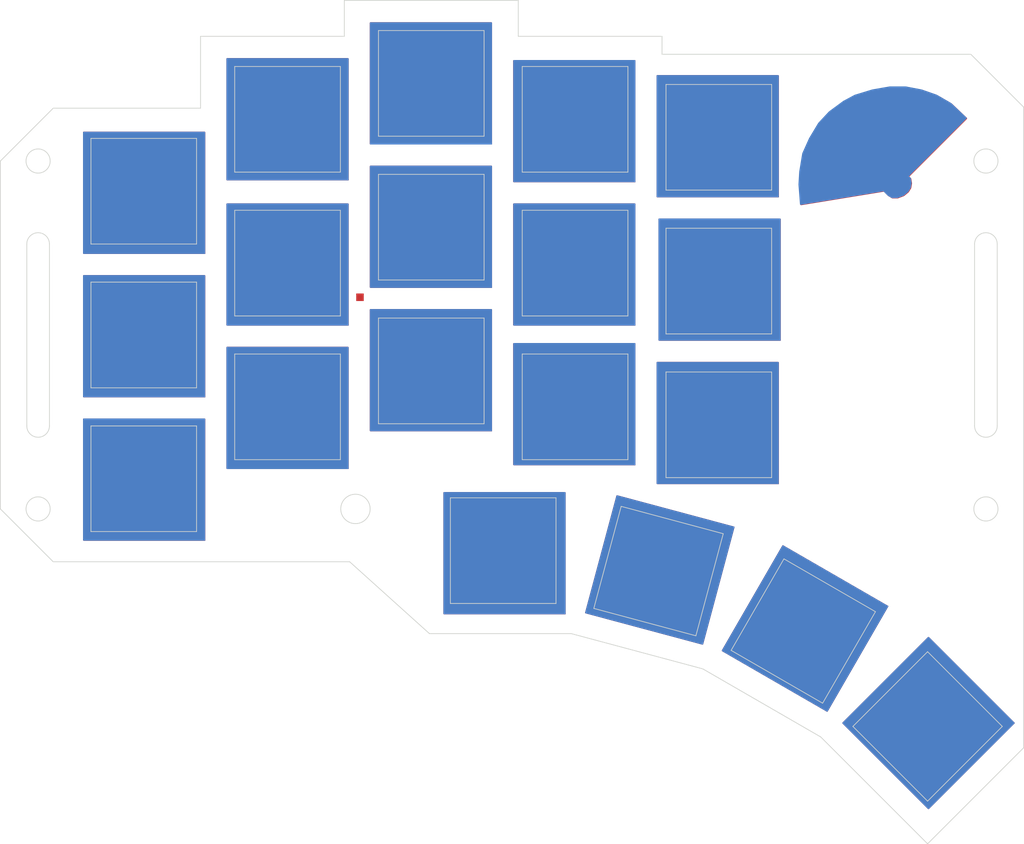
<source format=kicad_pcb>
(kicad_pcb (version 20210424) (generator pcbnew)
  (layers (0 "F.Cu" signal) (31 "B.Cu" signal) (34 "B.Paste" user) (35 "F.Paste" user) (36 "B.SilkS" user "B.Silkscreen") (37 "F.SilkS" user "F.Silkscreen") (38 "B.Mask" user) (39 "F.Mask" user) (44 "Edge.Cuts" user))
  (net 0 "")
  (footprint "TestPoint:TestPoint_Pad_1.0x1.0mm" (layer "F.Cu") (at 119.6 80.34)
    (fp_text reference "e" hide)
    (fp_text value "TestPoint")
    (pad "1" smd rect locked (at 0 0) (size 1 1) (layers "F.Cu" "F.Mask"))
  )
  (gr_poly (pts (xy 194.92893 148.071068) (xy 183.615225 136.757357) (xy 194.928932 125.443648) (xy 206.242642 136.757357)) (layer "F.Cu") (width 0.2) (fill solid))
  (gr_poly (pts (xy 156 102.5) (xy 140 102.5) (xy 140 86.5) (xy 156 86.5)) (layer "F.Cu") (width 0.2) (fill solid))
  (gr_poly (pts (xy 194.053611 52.944967) (xy 196.053611 53.644967) (xy 197.953611 54.744967) (xy 199.953611 56.644967) (xy 192.253611 64.344967) (xy 192.553611 64.644967) (xy 192.653611 65.244967) (xy 192.553611 65.844967) (xy 192.253611 66.344967) (xy 191.653611 66.844967) (xy 190.853611 67.144967) (xy 190.153611 67.144967) (xy 189.653611 66.844967) (xy 189.053611 66.244967) (xy 178.053611 68.044967) (xy 177.853611 65.444967) (xy 177.953611 63.744967) (xy 178.353611 61.344967) (xy 179.253611 59.344967) (xy 180.453611 57.344967) (xy 181.853611 55.844967) (xy 183.753611 54.444967) (xy 185.253611 53.644967) (xy 187.553611 52.944967) (xy 189.853611 52.544967) (xy 191.953611 52.544967)) (layer "F.Cu") (width 0.2) (fill solid))
  (gr_poly (pts (xy 137 98) (xy 121 98) (xy 121 82) (xy 137 82)) (layer "F.Cu") (width 0.2) (fill solid))
  (gr_poly (pts (xy 137 60) (xy 121 60) (xy 121 44) (xy 137 44)) (layer "F.Cu") (width 0.2) (fill solid))
  (gr_poly (pts (xy 146.75 122.25) (xy 130.75 122.25) (xy 130.75 106.25) (xy 146.75 106.25)) (layer "F.Cu") (width 0.2) (fill solid))
  (gr_poly (pts (xy 175 105) (xy 159 105) (xy 159 89) (xy 175 89)) (layer "F.Cu") (width 0.2) (fill solid))
  (gr_poly (pts (xy 156 65) (xy 140 65) (xy 140 49) (xy 156 49)) (layer "F.Cu") (width 0.2) (fill solid))
  (gr_poly (pts (xy 175.25 86) (xy 159.25 86) (xy 159.25 70) (xy 175.25 70)) (layer "F.Cu") (width 0.2) (fill solid))
  (gr_poly (pts (xy 118 103) (xy 102 103) (xy 102 87) (xy 118 87)) (layer "F.Cu") (width 0.2) (fill solid))
  (gr_poly (pts (xy 137 79) (xy 121 79) (xy 121 63) (xy 137 63)) (layer "F.Cu") (width 0.2) (fill solid))
  (gr_poly (pts (xy 175 67) (xy 159 67) (xy 159 51) (xy 175 51)) (layer "F.Cu") (width 0.2) (fill solid))
  (gr_poly (pts (xy 99 74.5) (xy 83 74.5) (xy 83 58.5) (xy 99 58.5)) (layer "F.Cu") (width 0.2) (fill solid))
  (gr_poly (pts (xy 181.499999 135.160255) (xy 167.643595 127.160253) (xy 175.643592 113.303845) (xy 189.499999 121.303845)) (layer "F.Cu") (width 0.2) (fill solid))
  (gr_poly (pts (xy 118 84) (xy 102 84) (xy 102 68) (xy 118 68)) (layer "F.Cu") (width 0.2) (fill solid))
  (gr_poly (pts (xy 118 64.75) (xy 102 64.75) (xy 102 48.75) (xy 118 48.75)) (layer "F.Cu") (width 0.2) (fill solid))
  (gr_poly (pts (xy 164.984226 126.272972) (xy 149.529414 122.131867) (xy 153.670517 106.677052) (xy 169.125331 110.818155)) (layer "F.Cu") (width 0.2) (fill solid))
  (gr_poly (pts (xy 156 84) (xy 140 84) (xy 140 68) (xy 156 68)) (layer "F.Cu") (width 0.2) (fill solid))
  (gr_poly (pts (xy 99 112.5) (xy 83 112.5) (xy 83 96.5) (xy 99 96.5)) (layer "F.Cu") (width 0.2) (fill solid))
  (gr_poly (pts (xy 99 93.5) (xy 83 93.5) (xy 83 77.5) (xy 99 77.5)) (layer "F.Cu") (width 0.2) (fill solid))
  (gr_poly (pts (xy 99 74.5) (xy 83 74.5) (xy 83 58.5) (xy 99 58.5)) (layer "B.Cu") (width 0.2) (fill solid))
  (gr_poly (pts (xy 118 84) (xy 102 84) (xy 102 68) (xy 118 68)) (layer "B.Cu") (width 0.2) (fill solid))
  (gr_poly (pts (xy 194 52.9) (xy 196 53.6) (xy 197.9 54.7) (xy 199.9 56.6) (xy 192.2 64.3) (xy 192.5 64.6) (xy 192.6 65.2) (xy 192.5 65.8) (xy 192.2 66.3) (xy 191.6 66.8) (xy 190.8 67.1) (xy 190.1 67.1) (xy 189.6 66.8) (xy 189 66.2) (xy 178 68) (xy 177.8 65.4) (xy 177.9 63.7) (xy 178.3 61.3) (xy 179.2 59.3) (xy 180.4 57.3) (xy 181.8 55.8) (xy 183.7 54.4) (xy 185.2 53.6) (xy 187.5 52.9) (xy 189.8 52.5) (xy 191.9 52.5)) (layer "B.Cu") (width 0.2) (fill solid))
  (gr_poly (pts (xy 137 98) (xy 121 98) (xy 121 82) (xy 137 82)) (layer "B.Cu") (width 0.2) (fill solid))
  (gr_poly (pts (xy 99 112.5) (xy 83 112.5) (xy 83 96.5) (xy 99 96.5)) (layer "B.Cu") (width 0.2) (fill solid))
  (gr_poly (pts (xy 99 93.5) (xy 83 93.5) (xy 83 77.5) (xy 99 77.5)) (layer "B.Cu") (width 0.2) (fill solid))
  (gr_poly (pts (xy 175.25 86) (xy 159.25 86) (xy 159.25 70) (xy 175.25 70)) (layer "B.Cu") (width 0.2) (fill solid))
  (gr_poly (pts (xy 137 79) (xy 121 79) (xy 121 63) (xy 137 63)) (layer "B.Cu") (width 0.2) (fill solid))
  (gr_poly (pts (xy 118 103) (xy 102 103) (xy 102 87) (xy 118 87)) (layer "B.Cu") (width 0.2) (fill solid))
  (gr_poly (pts (xy 175 67) (xy 159 67) (xy 159 51) (xy 175 51)) (layer "B.Cu") (width 0.2) (fill solid))
  (gr_poly (pts (xy 194.92893 148.071068) (xy 183.615225 136.757357) (xy 194.928932 125.443648) (xy 206.242642 136.757357)) (layer "B.Cu") (width 0.2) (fill solid))
  (gr_poly (pts (xy 181.499999 135.160255) (xy 167.643595 127.160253) (xy 175.643592 113.303845) (xy 189.499999 121.303845)) (layer "B.Cu") (width 0.2) (fill solid))
  (gr_poly (pts (xy 156 65) (xy 140 65) (xy 140 49) (xy 156 49)) (layer "B.Cu") (width 0.2) (fill solid))
  (gr_poly (pts (xy 118 64.75) (xy 102 64.75) (xy 102 48.75) (xy 118 48.75)) (layer "B.Cu") (width 0.2) (fill solid))
  (gr_poly (pts (xy 146.75 122.25) (xy 130.75 122.25) (xy 130.75 106.25) (xy 146.75 106.25)) (layer "B.Cu") (width 0.2) (fill solid))
  (gr_poly (pts (xy 156 102.5) (xy 140 102.5) (xy 140 86.5) (xy 156 86.5)) (layer "B.Cu") (width 0.2) (fill solid))
  (gr_poly (pts (xy 156 84) (xy 140 84) (xy 140 68) (xy 156 68)) (layer "B.Cu") (width 0.2) (fill solid))
  (gr_poly (pts (xy 175 105) (xy 159 105) (xy 159 89) (xy 175 89)) (layer "B.Cu") (width 0.2) (fill solid))
  (gr_poly (pts (xy 137 60) (xy 121 60) (xy 121 44) (xy 137 44)) (layer "B.Cu") (width 0.2) (fill solid))
  (gr_poly (pts (xy 164.984226 126.272972) (xy 149.529414 122.131867) (xy 153.670517 106.677052) (xy 169.125331 110.818155)) (layer "B.Cu") (width 0.2) (fill solid))
  (gr_line (start 155.1 49.7632) (end 155.1 63.7625) (layer "Edge.Cuts") (width 0.1))
  (gr_line (start 131.5757 120.9127) (end 131.5757 106.9133) (layer "Edge.Cuts") (width 0.1))
  (gr_line (start 174.15 71.1945) (end 174.15 85.193801) (layer "Edge.Cuts") (width 0.1))
  (gr_line (start 117.52535 45.7632) (end 117.52535 41.0012) (layer "Edge.Cuts") (width 0.1))
  (gr_line (start 83.9507 73.2875) (end 83.9507 59.2883) (layer "Edge.Cuts") (width 0.1))
  (gr_line (start 201.040827 73.2875) (end 201.040827 97.3883) (layer "Edge.Cuts") (width 0.1))
  (gr_line (start 165.025464 129.581636) (end 147.604108 124.9127) (layer "Edge.Cuts") (width 0.1))
  (gr_line (start 154.210103 108.048487) (end 150.586134 121.570727) (layer "Edge.Cuts") (width 0.1))
  (gr_line (start 103.0007 101.8625) (end 103.0007 87.8633) (layer "Edge.Cuts") (width 0.1))
  (gr_line (start 160.1507 104.2438) (end 160.1507 90.2445) (layer "Edge.Cuts") (width 0.1))
  (gr_line (start 122.0507 59) (end 122.0507 45.0012) (layer "Edge.Cuts") (width 0.1))
  (gr_line (start 136.05 97.1) (end 122.0507 97.1) (layer "Edge.Cuts") (width 0.1))
  (gr_line (start 117 49.7632) (end 117 63.7625) (layer "Edge.Cuts") (width 0.1))
  (gr_line (start 122.0507 83.1008) (end 136.05 83.1008) (layer "Edge.Cuts") (width 0.1))
  (gr_line (start 136.05 59) (end 122.0507 59) (layer "Edge.Cuts") (width 0.1))
  (gr_circle (center 76.9507 62.2883) (end 78.5507 62.2883) (layer "Edge.Cuts") (width 0.1) (fill none))
  (gr_line (start 98.47535 45.7632) (end 117.52535 45.7632) (layer "Edge.Cuts") (width 0.1))
  (gr_line (start 141.1007 82.8125) (end 141.1007 68.8133) (layer "Edge.Cuts") (width 0.1))
  (gr_line (start 136.05 64.0508) (end 136.05 78.05) (layer "Edge.Cuts") (width 0.1))
  (gr_line (start 131.5757 106.9133) (end 145.575 106.9133) (layer "Edge.Cuts") (width 0.1))
  (gr_line (start 118.232104 115.3875) (end 128.807804 124.9127) (layer "Edge.Cuts") (width 0.1))
  (gr_line (start 174.15 90.2445) (end 174.15 104.2438) (layer "Edge.Cuts") (width 0.1))
  (gr_line (start 83.9507 78.3383) (end 97.95 78.3383) (layer "Edge.Cuts") (width 0.1))
  (gr_arc (start 76.9507 73.2875) (end 78.4507 73.2875) (angle -180) (layer "Edge.Cuts") (width 0.1))
  (gr_circle (center 76.9507 108.3875) (end 78.5507 108.3875) (layer "Edge.Cuts") (width 0.1) (fill none))
  (gr_line (start 160.1507 90.2445) (end 174.15 90.2445) (layer "Edge.Cuts") (width 0.1))
  (gr_line (start 155.1 87.8633) (end 155.1 101.8625) (layer "Edge.Cuts") (width 0.1))
  (gr_line (start 200.540827 48.1445) (end 159.62535 48.1445) (layer "Edge.Cuts") (width 0.1))
  (gr_line (start 194.813285 147.105716) (end 204.7124 137.206431) (layer "Edge.Cuts") (width 0.1))
  (gr_line (start 175.778456 115.00551) (end 168.779206 127.129943) (layer "Edge.Cuts") (width 0.1))
  (gr_line (start 97.95 97.3883) (end 97.95 111.3875) (layer "Edge.Cuts") (width 0.1))
  (gr_line (start 122.0507 64.0508) (end 136.05 64.0508) (layer "Edge.Cuts") (width 0.1))
  (gr_line (start 136.05 45.0012) (end 136.05 59) (layer "Edge.Cuts") (width 0.1))
  (gr_line (start 207.540827 140.034858) (end 207.540827 55.1445) (layer "Edge.Cuts") (width 0.1))
  (gr_line (start 140.57535 45.7632) (end 140.57535 41.0012) (layer "Edge.Cuts") (width 0.1))
  (gr_line (start 174.15 52.1445) (end 174.15 66.1438) (layer "Edge.Cuts") (width 0.1))
  (gr_arc (start 202.540827 73.2875) (end 204.040827 73.2875) (angle -180) (layer "Edge.Cuts") (width 0.1))
  (gr_line (start 160.1507 85.193801) (end 160.1507 71.1945) (layer "Edge.Cuts") (width 0.1))
  (gr_line (start 160.1507 71.1945) (end 174.15 71.1945) (layer "Edge.Cuts") (width 0.1))
  (gr_line (start 145.575 106.9133) (end 145.575 120.9127) (layer "Edge.Cuts") (width 0.1))
  (gr_line (start 117 101.8625) (end 103.0007 101.8625) (layer "Edge.Cuts") (width 0.1))
  (gr_line (start 122.0507 45.0012) (end 136.05 45.0012) (layer "Edge.Cuts") (width 0.1))
  (gr_line (start 141.1007 63.7625) (end 141.1007 49.7632) (layer "Edge.Cuts") (width 0.1))
  (gr_line (start 207.540827 140.034858) (end 194.813333 152.762569) (layer "Edge.Cuts") (width 0.1))
  (gr_line (start 71.9507 108.3875) (end 78.950699 115.3875) (layer "Edge.Cuts") (width 0.1))
  (gr_line (start 97.95 92.3375) (end 83.9507 92.3375) (layer "Edge.Cuts") (width 0.1))
  (gr_line (start 155.1 101.8625) (end 141.1007 101.8625) (layer "Edge.Cuts") (width 0.1))
  (gr_line (start 71.9507 62.2883) (end 71.9507 108.3875) (layer "Edge.Cuts") (width 0.1))
  (gr_line (start 97.95 111.3875) (end 83.9507 111.3875) (layer "Edge.Cuts") (width 0.1))
  (gr_line (start 194.813333 152.762569) (end 180.654641 138.604121) (layer "Edge.Cuts") (width 0.1))
  (gr_line (start 167.734086 111.672924) (end 154.210103 108.048487) (layer "Edge.Cuts") (width 0.1))
  (gr_line (start 150.586134 121.570727) (end 164.110117 125.195164) (layer "Edge.Cuts") (width 0.1))
  (gr_line (start 103.0007 87.8633) (end 117 87.8633) (layer "Edge.Cuts") (width 0.1))
  (gr_line (start 168.779206 127.129943) (end 180.904 134.129401) (layer "Edge.Cuts") (width 0.1))
  (gr_line (start 145.575 120.9127) (end 131.5757 120.9127) (layer "Edge.Cuts") (width 0.1))
  (gr_arc (start 76.9507 97.3883) (end 75.450699 97.3883) (angle -180) (layer "Edge.Cuts") (width 0.1))
  (gr_line (start 204.040827 73.2875) (end 204.040827 97.3883) (layer "Edge.Cuts") (width 0.1))
  (gr_line (start 141.1007 101.8625) (end 141.1007 87.8633) (layer "Edge.Cuts") (width 0.1))
  (gr_line (start 155.1 63.7625) (end 141.1007 63.7625) (layer "Edge.Cuts") (width 0.1))
  (gr_line (start 83.9507 59.2883) (end 97.95 59.2883) (layer "Edge.Cuts") (width 0.1))
  (gr_line (start 141.1007 87.8633) (end 155.1 87.8633) (layer "Edge.Cuts") (width 0.1))
  (gr_line (start 160.1507 66.1438) (end 160.1507 52.1445) (layer "Edge.Cuts") (width 0.1))
  (gr_line (start 174.15 104.2438) (end 160.1507 104.2438) (layer "Edge.Cuts") (width 0.1))
  (gr_line (start 204.7124 137.206431) (end 194.813115 127.307315) (layer "Edge.Cuts") (width 0.1))
  (gr_line (start 164.110117 125.195164) (end 167.734086 111.672924) (layer "Edge.Cuts") (width 0.1))
  (gr_circle (center 202.540827 62.2883) (end 204.140827 62.2883) (layer "Edge.Cuts") (width 0.1) (fill none))
  (gr_line (start 78.950699 115.3875) (end 118.232104 115.3875) (layer "Edge.Cuts") (width 0.1))
  (gr_line (start 159.62535 48.1445) (end 159.62535 45.7632) (layer "Edge.Cuts") (width 0.1))
  (gr_line (start 78.450699 73.2875) (end 78.450699 97.3883) (layer "Edge.Cuts") (width 0.1))
  (gr_line (start 141.1007 49.7632) (end 155.1 49.7632) (layer "Edge.Cuts") (width 0.1))
  (gr_arc (start 202.540827 97.3883) (end 201.040827 97.3883) (angle -180) (layer "Edge.Cuts") (width 0.1))
  (gr_line (start 83.9507 97.3883) (end 97.95 97.3883) (layer "Edge.Cuts") (width 0.1))
  (gr_line (start 155.1 82.8125) (end 141.1007 82.8125) (layer "Edge.Cuts") (width 0.1))
  (gr_circle (center 119 108.3875) (end 120.948326 108.3875) (layer "Edge.Cuts") (width 0.1) (fill none))
  (gr_line (start 97.95 78.3383) (end 97.95 92.3375) (layer "Edge.Cuts") (width 0.1))
  (gr_line (start 97.95 73.2875) (end 83.9507 73.2875) (layer "Edge.Cuts") (width 0.1))
  (gr_line (start 83.9507 92.3375) (end 83.9507 78.3383) (layer "Edge.Cuts") (width 0.1))
  (gr_line (start 97.95 59.2883) (end 97.95 73.2875) (layer "Edge.Cuts") (width 0.1))
  (gr_line (start 117 63.7625) (end 103.0007 63.7625) (layer "Edge.Cuts") (width 0.1))
  (gr_line (start 103.0007 49.7632) (end 117 49.7632) (layer "Edge.Cuts") (width 0.1))
  (gr_line (start 147.604108 124.9127) (end 128.807804 124.9127) (layer "Edge.Cuts") (width 0.1))
  (gr_line (start 141.1007 68.8133) (end 155.1 68.8133) (layer "Edge.Cuts") (width 0.1))
  (gr_line (start 184.914 137.2066) (end 194.813285 147.105716) (layer "Edge.Cuts") (width 0.1))
  (gr_line (start 83.9507 111.3875) (end 83.9507 97.3883) (layer "Edge.Cuts") (width 0.1))
  (gr_line (start 75.4507 73.2875) (end 75.4507 97.3883) (layer "Edge.Cuts") (width 0.1))
  (gr_line (start 122.0507 78.05) (end 122.0507 64.0508) (layer "Edge.Cuts") (width 0.1))
  (gr_line (start 103.0007 63.7625) (end 103.0007 49.7632) (layer "Edge.Cuts") (width 0.1))
  (gr_line (start 98.47535 55.2883) (end 78.950699 55.2883) (layer "Edge.Cuts") (width 0.1))
  (gr_line (start 117 87.8633) (end 117 101.8625) (layer "Edge.Cuts") (width 0.1))
  (gr_line (start 136.05 78.05) (end 122.0507 78.05) (layer "Edge.Cuts") (width 0.1))
  (gr_circle (center 202.540827 108.3875) (end 204.140827 108.3875) (layer "Edge.Cuts") (width 0.1) (fill none))
  (gr_line (start 174.15 66.1438) (end 160.1507 66.1438) (layer "Edge.Cuts") (width 0.1))
  (gr_line (start 78.950699 55.2883) (end 71.9507 62.2883) (layer "Edge.Cuts") (width 0.1))
  (gr_line (start 155.1 68.8133) (end 155.1 82.8125) (layer "Edge.Cuts") (width 0.1))
  (gr_line (start 194.813115 127.307315) (end 184.914 137.2066) (layer "Edge.Cuts") (width 0.1))
  (gr_line (start 160.1507 52.1445) (end 174.15 52.1445) (layer "Edge.Cuts") (width 0.1))
  (gr_line (start 98.47535 55.2883) (end 98.47535 45.7632) (layer "Edge.Cuts") (width 0.1))
  (gr_line (start 122.0507 97.1) (end 122.0507 83.1008) (layer "Edge.Cuts") (width 0.1))
  (gr_line (start 103.0007 82.8125) (end 103.0007 68.8133) (layer "Edge.Cuts") (width 0.1))
  (gr_line (start 136.05 83.1008) (end 136.05 97.1) (layer "Edge.Cuts") (width 0.1))
  (gr_line (start 174.15 85.193801) (end 160.1507 85.193801) (layer "Edge.Cuts") (width 0.1))
  (gr_line (start 207.540827 55.1445) (end 200.540827 48.1445) (layer "Edge.Cuts") (width 0.1))
  (gr_line (start 117 68.8133) (end 117 82.8125) (layer "Edge.Cuts") (width 0.1))
  (gr_line (start 180.904 134.129401) (end 187.903249 122.004967) (layer "Edge.Cuts") (width 0.1))
  (gr_line (start 159.62535 45.7632) (end 140.57535 45.7632) (layer "Edge.Cuts") (width 0.1))
  (gr_line (start 180.654641 138.604121) (end 165.025464 129.581636) (layer "Edge.Cuts") (width 0.1))
  (gr_line (start 117 82.8125) (end 103.0007 82.8125) (layer "Edge.Cuts") (width 0.1))
  (gr_line (start 103.0007 68.8133) (end 117 68.8133) (layer "Edge.Cuts") (width 0.1))
  (gr_line (start 187.903249 122.004967) (end 175.778456 115.00551) (layer "Edge.Cuts") (width 0.1))
  (gr_line (start 117.52535 41.0012) (end 140.57535 41.0012) (layer "Edge.Cuts") (width 0.1))
)
</source>
